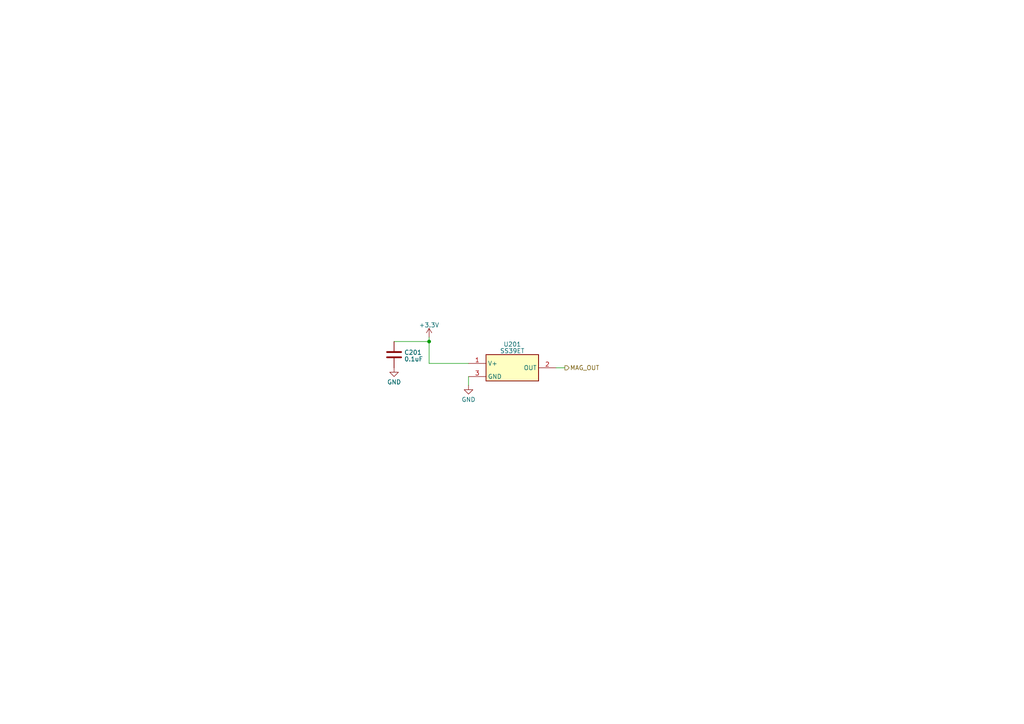
<source format=kicad_sch>
(kicad_sch (version 20230121) (generator eeschema)
  (paper "A4")
  (lib_symbols
    (symbol "Device:C" (pin_numbers hide) (pin_names (offset 0.254))
      (property "Reference" "C" (at 0.635 2.54 0))
      (property "Value" "C" (at 0.635 -2.54 0))
      (symbol "C_0_1"
        (polyline (pts (xy -2.032 -0.762) (xy 2.032 -0.762)) (stroke (width 0.508)))
        (polyline (pts (xy -2.032 0.762) (xy 2.032 0.762)) (stroke (width 0.508)))
      )
      (symbol "C_1_1"
        (pin passive line (at 0 3.81 270) (length 2.794) (name "~") (number "1"))
        (pin passive line (at 0 -3.81 90) (length 2.794) (name "~") (number "2"))
      )
    )
    (symbol "SamacSys_Parts:SS39ET"
      (property "Reference" "U201" (at 12.7 5.5499 0))
      (property "Value" "SS39ET" (at 12.7 3.6289 0))
      (symbol "SS39ET_1_1"
        (rectangle (start 5.08 2.54) (end 20.32 -5.08) (stroke (width 0.254)) (fill (type background)))
        (pin power_in line (at 0 0 0) (length 5.08) (name "V+") (number "1"))
        (pin output line (at 25.4 -1.27 180) (length 5.08) (name "OUT") (number "2"))
        (pin power_in line (at 0 -3.81 0) (length 5.08) (name "GND") (number "3"))
      )
    )
    (symbol "power:+3.3V" (power) (pin_names (offset 0))
      (property "Value" "+3.3V" (at 0 3.556 0))
      (symbol "+3.3V_0_1"
        (polyline (pts (xy -0.762 1.27) (xy 0 2.54)))
        (polyline (pts (xy 0 0) (xy 0 2.54)))
        (polyline (pts (xy 0 2.54) (xy 0.762 1.27)))
      )
      (symbol "+3.3V_1_1"
        (pin power_in line (at 0 0 90) (length 0) hide (name "+3.3V") (number "1"))
      )
    )
    (symbol "power:GND" (power) (pin_names (offset 0))
      (property "Value" "GND" (at 0 -3.81 0))
      (symbol "GND_0_1"
        (polyline (pts (xy 0 0) (xy 0 -1.27) (xy 1.27 -1.27) (xy 0 -2.54) (xy -1.27 -1.27) (xy 0 -1.27)))
      )
      (symbol "GND_1_1"
        (pin power_in line (at 0 0 270) (length 0) hide (name "GND") (number "1"))
      )
    )
  )
  (junction (at 124.46 99.06))
  (wire (pts (xy 124.46 105.41) (xy 124.46 99.06)))
  (wire (pts (xy 124.46 99.06) (xy 124.46 97.79)))
  (wire (pts (xy 124.46 105.41) (xy 135.89 105.41)))
  (wire (pts (xy 114.3 99.06) (xy 124.46 99.06)))
  (wire (pts (xy 161.29 106.68) (xy 163.83 106.68)))
  (wire (pts (xy 135.89 109.22) (xy 135.89 111.76)))
  (hierarchical_label "MAG_OUT" (shape output) (at 163.83 106.68 0))
  (symbol (lib_id "SamacSys_Parts:SS39ET") (at 135.89 105.41 0) (unit 1)
    (property "Reference" "U201" (at 148.59 99.8601 0))
    (property "Value" "SS39ET" (at 148.59 101.7811 0))
    (property "Footprint" "SamacSys_Parts:SOT95P280X140-3N" (effects hide))
    (property "Datasheet" "https://sensing.honeywell.com/index.php?ci_id=50359" (effects hide))
    (property "Height" "1.4" (effects hide))
    (property "Manufacturer_Name" "Honeywell" (effects hide))
    (property "Manufacturer_Part_Number" "SS39ET" (effects hide))
    (property "Mouser Part Number" "785-SS39ET" (effects hide))
    (property "Mouser Price/Stock" "https://www.mouser.co.uk/ProductDetail/Honeywell/SS39ET?qs=JeAkOuORR2XTjFIvahnwWg%3D%3D" (effects hide))
    (property "Arrow Part Number" "SS39ET" (effects hide))
    (property "Arrow Price/Stock" "https://www.arrow.com/en/products/ss39et/honeywell?region=nac" (effects hide))
  )
  (symbol (lib_id "power:+3.3V") (at 124.46 97.79 0) (unit 1)
    (property "Reference" "#PWR0202" (effects hide))
    (property "Value" "+3.3V" (at 124.46 94.2881 0))
  )
  (symbol (lib_id "Device:C") (at 114.3 102.87 0) (unit 1)
    (property "Reference" "C201" (at 117.221 102.2263 0) (effects (justify left)))
    (property "Value" "0.1uF" (at 117.221 104.1473 0) (effects (justify left)))
    (property "Footprint" "Capacitor_SMD:C_0603_1608Metric_Pad1.08x0.95mm_HandSolder" (effects hide))
  )
  (symbol (lib_id "power:GND") (at 135.89 111.76 0) (unit 1)
    (property "Reference" "#PWR0203" (effects hide))
    (property "Value" "GND" (at 135.89 115.8955 0))
  )
  (symbol (lib_id "power:GND") (at 114.3 106.68 0) (unit 1)
    (property "Reference" "#PWR0201" (effects hide))
    (property "Value" "GND" (at 114.3 110.8155 0))
  )
)
</source>
